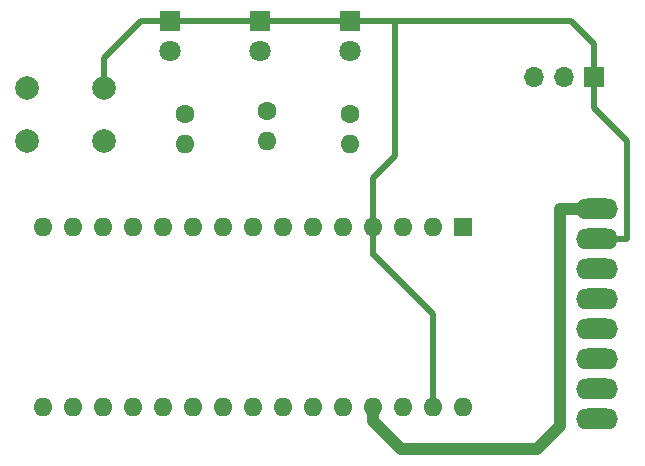
<source format=gbr>
%TF.GenerationSoftware,KiCad,Pcbnew,7.0.6*%
%TF.CreationDate,2024-03-12T08:30:33-05:00*%
%TF.ProjectId,test,74657374-2e6b-4696-9361-645f70636258,rev?*%
%TF.SameCoordinates,Original*%
%TF.FileFunction,Copper,L2,Bot*%
%TF.FilePolarity,Positive*%
%FSLAX46Y46*%
G04 Gerber Fmt 4.6, Leading zero omitted, Abs format (unit mm)*
G04 Created by KiCad (PCBNEW 7.0.6) date 2024-03-12 08:30:33*
%MOMM*%
%LPD*%
G01*
G04 APERTURE LIST*
%TA.AperFunction,ComponentPad*%
%ADD10C,1.600000*%
%TD*%
%TA.AperFunction,ComponentPad*%
%ADD11O,1.600000X1.600000*%
%TD*%
%TA.AperFunction,ComponentPad*%
%ADD12R,1.800000X1.800000*%
%TD*%
%TA.AperFunction,ComponentPad*%
%ADD13C,1.800000*%
%TD*%
%TA.AperFunction,ComponentPad*%
%ADD14R,1.600000X1.600000*%
%TD*%
%TA.AperFunction,ComponentPad*%
%ADD15O,3.556000X1.778000*%
%TD*%
%TA.AperFunction,ComponentPad*%
%ADD16C,2.000000*%
%TD*%
%TA.AperFunction,ComponentPad*%
%ADD17R,1.700000X1.700000*%
%TD*%
%TA.AperFunction,ComponentPad*%
%ADD18O,1.700000X1.700000*%
%TD*%
%TA.AperFunction,Conductor*%
%ADD19C,1.000000*%
%TD*%
%TA.AperFunction,Conductor*%
%ADD20C,0.500000*%
%TD*%
%TA.AperFunction,Conductor*%
%ADD21C,0.250000*%
%TD*%
G04 APERTURE END LIST*
D10*
%TO.P,R3,1*%
%TO.N,Net-(D3-A)*%
X131445000Y-79600000D03*
D11*
%TO.P,R3,2*%
%TO.N,Net-(A1-D9)*%
X131445000Y-82140000D03*
%TD*%
D10*
%TO.P,R2,1*%
%TO.N,Net-(D2-A)*%
X138430000Y-79375000D03*
D11*
%TO.P,R2,2*%
%TO.N,Net-(A1-D8)*%
X138430000Y-81915000D03*
%TD*%
D10*
%TO.P,R1,1*%
%TO.N,Net-(D1-A)*%
X145415000Y-79600000D03*
D11*
%TO.P,R1,2*%
%TO.N,Net-(A1-D7)*%
X145415000Y-82140000D03*
%TD*%
D12*
%TO.P,D1,1,K*%
%TO.N,GND*%
X145415000Y-71755000D03*
D13*
%TO.P,D1,2,A*%
%TO.N,Net-(D1-A)*%
X145415000Y-74295000D03*
%TD*%
D11*
%TO.P,A1,30,VIN*%
%TO.N,Net-(A1-VIN)*%
X155046000Y-104399000D03*
%TO.P,A1,29,GND*%
%TO.N,GND*%
X152506000Y-104399000D03*
%TO.P,A1,28,~{RESET}*%
%TO.N,unconnected-(A1-~{RESET}-Pad28)*%
X149966000Y-104399000D03*
%TO.P,A1,27,+5V*%
%TO.N,+5V*%
X147426000Y-104399000D03*
%TO.P,A1,26,A7*%
%TO.N,unconnected-(A1-A7-Pad26)*%
X144886000Y-104399000D03*
%TO.P,A1,25,A6*%
%TO.N,unconnected-(A1-A6-Pad25)*%
X142346000Y-104399000D03*
%TO.P,A1,24,A5*%
%TO.N,Net-(A1-A5)*%
X139806000Y-104399000D03*
%TO.P,A1,23,A4*%
%TO.N,Net-(A1-A4)*%
X137266000Y-104399000D03*
%TO.P,A1,22,A3*%
%TO.N,unconnected-(A1-A3-Pad22)*%
X134726000Y-104399000D03*
%TO.P,A1,21,A2*%
%TO.N,unconnected-(A1-A2-Pad21)*%
X132186000Y-104399000D03*
%TO.P,A1,20,A1*%
%TO.N,unconnected-(A1-A1-Pad20)*%
X129646000Y-104399000D03*
%TO.P,A1,19,A0*%
%TO.N,unconnected-(A1-A0-Pad19)*%
X127106000Y-104399000D03*
%TO.P,A1,18,AREF*%
%TO.N,unconnected-(A1-AREF-Pad18)*%
X124566000Y-104399000D03*
%TO.P,A1,17,3V3*%
%TO.N,unconnected-(A1-3V3-Pad17)*%
X122026000Y-104399000D03*
%TO.P,A1,16,D13*%
%TO.N,unconnected-(A1-D13-Pad16)*%
X119486000Y-104399000D03*
%TO.P,A1,15,D12*%
%TO.N,unconnected-(A1-D12-Pad15)*%
X119486000Y-89159000D03*
%TO.P,A1,14,D11*%
%TO.N,unconnected-(A1-D11-Pad14)*%
X122026000Y-89159000D03*
%TO.P,A1,13,D10*%
%TO.N,Net-(A1-D10)*%
X124566000Y-89159000D03*
%TO.P,A1,12,D9*%
%TO.N,Net-(A1-D9)*%
X127106000Y-89159000D03*
%TO.P,A1,11,D8*%
%TO.N,Net-(A1-D8)*%
X129646000Y-89159000D03*
%TO.P,A1,10,D7*%
%TO.N,Net-(A1-D7)*%
X132186000Y-89159000D03*
%TO.P,A1,9,D6*%
%TO.N,unconnected-(A1-D6-Pad9)*%
X134726000Y-89159000D03*
%TO.P,A1,8,D5*%
%TO.N,unconnected-(A1-D5-Pad8)*%
X137266000Y-89159000D03*
%TO.P,A1,7,D4*%
%TO.N,unconnected-(A1-D4-Pad7)*%
X139806000Y-89159000D03*
%TO.P,A1,6,D3*%
%TO.N,Net-(A1-D3)*%
X142346000Y-89159000D03*
%TO.P,A1,5,D2*%
%TO.N,unconnected-(A1-D2-Pad5)*%
X144886000Y-89159000D03*
%TO.P,A1,4,GND*%
%TO.N,GND*%
X147426000Y-89159000D03*
%TO.P,A1,3,~{RESET}*%
%TO.N,unconnected-(A1-~{RESET}-Pad3)*%
X149966000Y-89159000D03*
%TO.P,A1,2,D0/RX*%
%TO.N,unconnected-(A1-D0{slash}RX-Pad2)*%
X152506000Y-89159000D03*
D14*
%TO.P,A1,1,D1/TX*%
%TO.N,unconnected-(A1-D1{slash}TX-Pad1)*%
X155046000Y-89159000D03*
%TD*%
D15*
%TO.P,U1,ADO,ADO*%
%TO.N,unconnected-(U1-PadADO)*%
X166370000Y-102870000D03*
%TO.P,U1,GND,GND*%
%TO.N,GND*%
X166370000Y-90170000D03*
%TO.P,U1,INT,INT*%
%TO.N,unconnected-(U1-PadINT)*%
X166370000Y-105410000D03*
%TO.P,U1,SCL,SCL*%
%TO.N,Net-(A1-A5)*%
X166370000Y-92710000D03*
%TO.P,U1,SDA,SDA*%
%TO.N,Net-(A1-A4)*%
X166370000Y-95250000D03*
%TO.P,U1,VCC,VCC*%
%TO.N,+5V*%
X166370000Y-87630000D03*
%TO.P,U1,XCL,XCL*%
%TO.N,unconnected-(U1-PadXCL)*%
X166370000Y-100330000D03*
%TO.P,U1,XDA,XDA*%
%TO.N,unconnected-(U1-PadXDA)*%
X166370000Y-97790000D03*
%TD*%
D16*
%TO.P,SW1,1,1*%
%TO.N,GND*%
X118110000Y-77415000D03*
X124610000Y-77415000D03*
%TO.P,SW1,2,2*%
%TO.N,Net-(A1-D10)*%
X118110000Y-81915000D03*
X124610000Y-81915000D03*
%TD*%
D12*
%TO.P,D2,1,K*%
%TO.N,GND*%
X137795000Y-71755000D03*
D13*
%TO.P,D2,2,A*%
%TO.N,Net-(D2-A)*%
X137795000Y-74295000D03*
%TD*%
D12*
%TO.P,D3,1,K*%
%TO.N,GND*%
X130175000Y-71755000D03*
D13*
%TO.P,D3,2,A*%
%TO.N,Net-(D3-A)*%
X130175000Y-74295000D03*
%TD*%
D17*
%TO.P,J1,1,Pin_1*%
%TO.N,GND*%
X166098000Y-76472000D03*
D18*
%TO.P,J1,2,Pin_2*%
%TO.N,Net-(A1-VIN)*%
X163558000Y-76472000D03*
%TO.P,J1,3,Pin_3*%
%TO.N,Net-(A1-D3)*%
X161018000Y-76472000D03*
%TD*%
D19*
%TO.N,+5V*%
X163195000Y-87630000D02*
X166370000Y-87630000D01*
X163195000Y-106045000D02*
X163195000Y-87630000D01*
X161290000Y-107950000D02*
X163195000Y-106045000D01*
X147426000Y-105592500D02*
X149783500Y-107950000D01*
X147426000Y-104399000D02*
X147426000Y-105592500D01*
X149783500Y-107950000D02*
X161290000Y-107950000D01*
D20*
%TO.N,GND*%
X168910000Y-81915000D02*
X168910000Y-85725000D01*
X166098000Y-79103000D02*
X168910000Y-81915000D01*
X166098000Y-76472000D02*
X166098000Y-79103000D01*
X149225000Y-83185000D02*
X149225000Y-71755000D01*
X149225000Y-71755000D02*
X164193000Y-71755000D01*
X145415000Y-71755000D02*
X149225000Y-71755000D01*
X147426000Y-84984000D02*
X149225000Y-83185000D01*
X147426000Y-89159000D02*
X147426000Y-84984000D01*
X164193000Y-71755000D02*
X166098000Y-73660000D01*
X166098000Y-76472000D02*
X166098000Y-73660000D01*
X137795000Y-71755000D02*
X145415000Y-71755000D01*
X137795000Y-71755000D02*
X130175000Y-71755000D01*
X127725000Y-71755000D02*
X130175000Y-71755000D01*
X124610000Y-74870000D02*
X127725000Y-71755000D01*
X124610000Y-74870000D02*
X124610000Y-77415000D01*
X165611299Y-75985299D02*
X165735000Y-76109000D01*
X168910000Y-85725000D02*
X168910000Y-90170000D01*
X168910000Y-90170000D02*
X166370000Y-90170000D01*
D21*
%TO.N,+5V*%
X166370000Y-87630000D02*
X166620000Y-87630000D01*
D20*
%TO.N,GND*%
X147426000Y-91440000D02*
X152506000Y-96520000D01*
X152506000Y-96520000D02*
X152506000Y-104399000D01*
X147426000Y-91440000D02*
X147426000Y-89159000D01*
X147426000Y-91546000D02*
X147426000Y-91440000D01*
X166370000Y-90170000D02*
X166120000Y-90170000D01*
X165735000Y-90170000D02*
X166370000Y-90170000D01*
%TD*%
M02*

</source>
